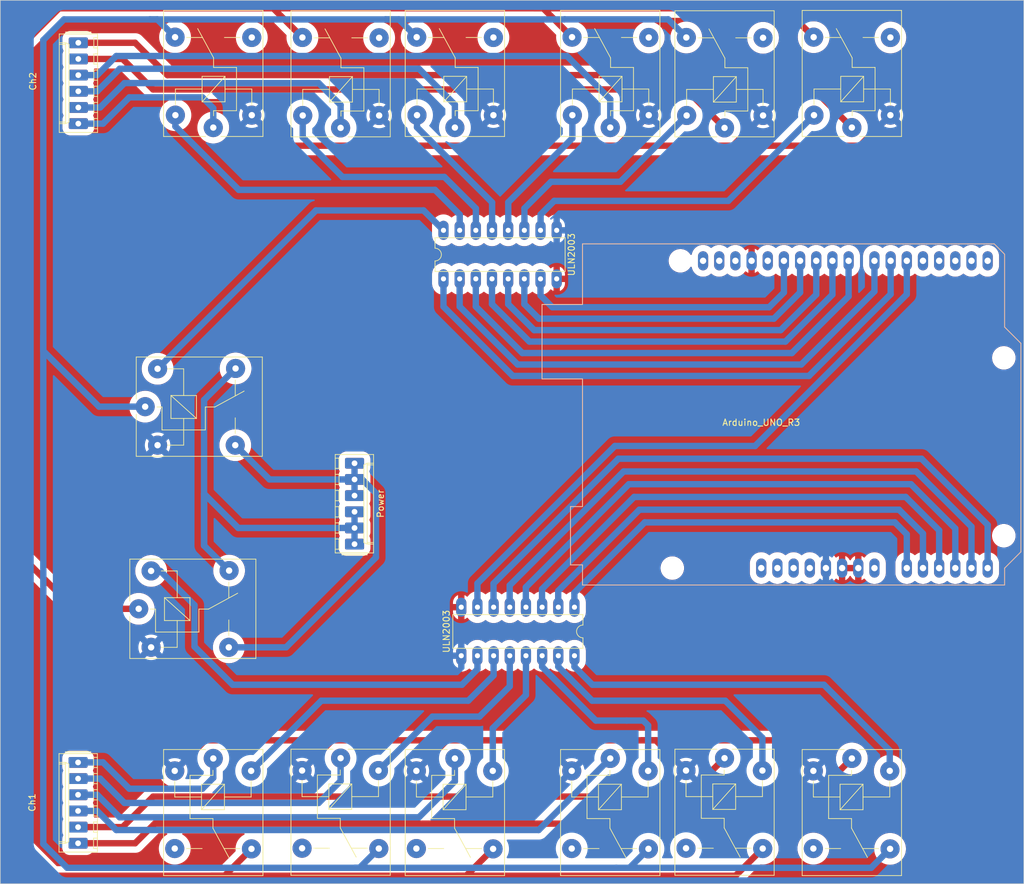
<source format=kicad_pcb>
(kicad_pcb (version 20221018) (generator pcbnew)
  (layers (0 "F.Cu" signal) (31 "B.Cu" signal) (34 "B.Paste" user) (35 "F.Paste" user) (36 "B.SilkS" user "B.Silkscreen") (37 "F.SilkS" user "F.Silkscreen") (38 "B.Mask" user) (39 "F.Mask" user) (44 "Edge.Cuts" user))
  (net 0 "")
  (net 1 "Vcc")
  (net 2 "Rail1")
  (net 3 "Rail2")
  (net 4 "Out2")
  (net 5 "Out1")
  (net 6 "Out3")
  (net 7 "Out4")
  (net 8 "Out5")
  (net 9 "Out6")
  (net 10 "ch26")
  (net 11 "ch25")
  (net 12 "ch24")
  (net 13 "ch23")
  (net 14 "ch22")
  (net 15 "ch21")
  (net 16 "ch11")
  (net 17 "ch12")
  (net 18 "ch13")
  (net 19 "ch14")
  (net 20 "ch15")
  (net 21 "ch16")
  (net 22 "Gnd")
  (net 23 "CtrlRail1")
  (net 24 "CtrlRail2")
  (net 25 "Power")
  (net 26 "Out16")
  (net 27 "Out15")
  (net 28 "Out14")
  (net 29 "Out13")
  (net 30 "Out12")
  (net 31 "Out11")
  (net 32 "PGnd")
  (net 33 "OutRail1")
  (net 34 "P21")
  (net 35 "P22")
  (net 36 "P23")
  (net 37 "P11")
  (net 38 "P12")
  (net 39 "P13")
  (net 40 "P14")
  (net 41 "P15")
  (net 42 "P16")
  (footprint "Cryo:CryoKK 0.1'' Single" (layer "F.Cu") (at 124.634 103.562 90)
    (fp_text reference "J5" hide)
    (fp_text value "Power" (at 0 4.08 90) (layer "F.SilkS"))
    (pad "1" thru_hole roundrect (at -6.35 0 90) (size 1.7 3) (drill 0.9) (layers "*.Cu" "*.Mask") (roundrect_rratio 0.144) (net 32 "PGnd"))
    (pad "2" thru_hole roundrect (at -3.81 0 90) (size 1.7 3) (drill 0.9) (layers "*.Cu" "*.Mask") (roundrect_rratio 0.144) (net 32 "PGnd"))
    (pad "3" thru_hole roundrect (at -1.27 0 90) (size 1.7 3) (drill 0.9) (layers "*.Cu" "*.Mask") (roundrect_rratio 0.144) (net 32 "PGnd"))
    (pad "4" thru_hole roundrect (at 1.27 0 90) (size 1.7 3) (drill 0.9) (layers "*.Cu" "*.Mask") (roundrect_rratio 0.144) (net 25 "Power"))
    (pad "5" thru_hole roundrect (at 3.81 0 90) (size 1.7 3) (drill 0.9) (layers "*.Cu" "*.Mask") (roundrect_rratio 0.144) (net 25 "Power"))
    (pad "6" thru_hole roundrect (at 6.35 0 90) (size 1.7 3) (drill 0.9) (layers "*.Cu" "*.Mask") (roundrect_rratio 0.144) (net 25 "Power"))
  )
  (footprint "Cryo:Rele" (layer "F.Cu") (at 202.747 44.488 90)
    (fp_text reference "REF**" hide)
    (fp_text value "Rele" hide)
    (pad "1" thru_hole circle (at 0 0 180) (size 3 3) (drill 1) (layers "*.Cu" "*.Mask"))
    (pad "2" thru_hole circle (at 1.95 6.05 180) (size 3 3) (drill 1) (layers "*.Cu" "*.Mask") (net 1 "Vcc"))
    (pad "3" thru_hole circle (at 14.15 6.05 180) (size 3 3) (drill 1) (layers "*.Cu" "*.Mask"))
    (pad "4" thru_hole circle (at 14.2 -6 180) (size 3 3) (drill 1) (layers "*.Cu" "*.Mask") (net 2 "Rail1"))
    (pad "5" thru_hole circle (at 1.95 -5.95 180) (size 3 3) (drill 1) (layers "*.Cu" "*.Mask") (net 5 "Out1"))
  )
  (footprint "Cryo:Rele" (layer "F.Cu") (at 102.447 44.488 90)
    (fp_text reference "REF**" hide)
    (fp_text value "Rele" hide)
    (pad "1" thru_hole circle (at 0 0 180) (size 3 3) (drill 1) (layers "*.Cu" "*.Mask") (net 34 "P21"))
    (pad "2" thru_hole circle (at 1.95 6.05 180) (size 3 3) (drill 1) (layers "*.Cu" "*.Mask") (net 1 "Vcc"))
    (pad "3" thru_hole circle (at 14.15 6.05 180) (size 3 3) (drill 1) (layers "*.Cu" "*.Mask"))
    (pad "4" thru_hole circle (at 14.2 -6 180) (size 3 3) (drill 1) (layers "*.Cu" "*.Mask") (net 3 "Rail2"))
    (pad "5" thru_hole circle (at 1.95 -5.95 180) (size 3 3) (drill 1) (layers "*.Cu" "*.Mask") (net 9 "Out6"))
  )
  (footprint "Cryo:Rele" (layer "F.Cu") (at 91.75 88.322)
    (fp_text reference "REF**" hide)
    (fp_text value "Rele" hide)
    (pad "1" thru_hole circle (at 0 0 90) (size 3 3) (drill 1) (layers "*.Cu" "*.Mask") (net 3 "Rail2"))
    (pad "2" thru_hole circle (at 1.95 6.05 90) (size 3 3) (drill 1) (layers "*.Cu" "*.Mask") (net 1 "Vcc"))
    (pad "3" thru_hole circle (at 14.15 6.05 90) (size 3 3) (drill 1) (layers "*.Cu" "*.Mask") (net 25 "Power"))
    (pad "4" thru_hole circle (at 14.2 -6 90) (size 3 3) (drill 1) (layers "*.Cu" "*.Mask") (net 32 "PGnd"))
    (pad "5" thru_hole circle (at 1.95 -5.95 90) (size 3 3) (drill 1) (layers "*.Cu" "*.Mask") (net 33 "OutRail1"))
  )
  (footprint "Cryo:Rele" (layer "F.Cu") (at 122.447 143.526 -90)
    (fp_text reference "REF**" hide)
    (fp_text value "Rele" hide)
    (pad "1" thru_hole circle (at 0 0) (size 3 3) (drill 1) (layers "*.Cu" "*.Mask") (net 38 "P12"))
    (pad "2" thru_hole circle (at 1.95 6.05) (size 3 3) (drill 1) (layers "*.Cu" "*.Mask") (net 1 "Vcc"))
    (pad "3" thru_hole circle (at 14.15 6.05) (size 3 3) (drill 1) (layers "*.Cu" "*.Mask"))
    (pad "4" thru_hole circle (at 14.2 -6) (size 3 3) (drill 1) (layers "*.Cu" "*.Mask") (net 3 "Rail2"))
    (pad "5" thru_hole circle (at 1.95 -5.95) (size 3 3) (drill 1) (layers "*.Cu" "*.Mask") (net 30 "Out12"))
  )
  (footprint "Cryo:Rele" (layer "F.Cu") (at 164.797 143.576 -90)
    (fp_text reference "REF**" hide)
    (fp_text value "Rele" hide)
    (pad "1" thru_hole circle (at 0 0) (size 3 3) (drill 1) (layers "*.Cu" "*.Mask"))
    (pad "2" thru_hole circle (at 1.95 6.05) (size 3 3) (drill 1) (layers "*.Cu" "*.Mask") (net 1 "Vcc"))
    (pad "3" thru_hole circle (at 14.15 6.05) (size 3 3) (drill 1) (layers "*.Cu" "*.Mask"))
    (pad "4" thru_hole circle (at 14.2 -6) (size 3 3) (drill 1) (layers "*.Cu" "*.Mask") (net 3 "Rail2"))
    (pad "5" thru_hole circle (at 1.95 -5.95) (size 3 3) (drill 1) (layers "*.Cu" "*.Mask") (net 28 "Out14"))
  )
  (footprint "Cryo:Rele" (layer "F.Cu") (at 202.747 143.576 -90)
    (fp_text reference "REF**" hide)
    (fp_text value "Rele" hide)
    (pad "1" thru_hole circle (at 0 0) (size 3 3) (drill 1) (layers "*.Cu" "*.Mask") (net 42 "P16"))
    (pad "2" thru_hole circle (at 1.95 6.05) (size 3 3) (drill 1) (layers "*.Cu" "*.Mask") (net 1 "Vcc"))
    (pad "3" thru_hole circle (at 14.15 6.05) (size 3 3) (drill 1) (layers "*.Cu" "*.Mask"))
    (pad "4" thru_hole circle (at 14.2 -6) (size 3 3) (drill 1) (layers "*.Cu" "*.Mask") (net 3 "Rail2"))
    (pad "5" thru_hole circle (at 1.95 -5.95) (size 3 3) (drill 1) (layers "*.Cu" "*.Mask") (net 26 "Out16"))
  )
  (footprint "Cryo:Rele" (layer "F.Cu") (at 122.447 44.538 90)
    (fp_text reference "REF**" hide)
    (fp_text value "Rele" hide)
    (pad "1" thru_hole circle (at 0 0 180) (size 3 3) (drill 1) (layers "*.Cu" "*.Mask") (net 35 "P22"))
    (pad "2" thru_hole circle (at 1.95 6.05 180) (size 3 3) (drill 1) (layers "*.Cu" "*.Mask") (net 1 "Vcc"))
    (pad "3" thru_hole circle (at 14.15 6.05 180) (size 3 3) (drill 1) (layers "*.Cu" "*.Mask"))
    (pad "4" thru_hole circle (at 14.2 -6 180) (size 3 3) (drill 1) (layers "*.Cu" "*.Mask") (net 2 "Rail1"))
    (pad "5" thru_hole circle (at 1.95 -5.95 180) (size 3 3) (drill 1) (layers "*.Cu" "*.Mask") (net 8 "Out5"))
  )
  (footprint "Cryo:Rele" (layer "F.Cu") (at 182.747 143.526 -90)
    (fp_text reference "REF**" hide)
    (fp_text value "Rele" hide)
    (pad "1" thru_hole circle (at 0 0) (size 3 3) (drill 1) (layers "*.Cu" "*.Mask") (net 41 "P15"))
    (pad "2" thru_hole circle (at 1.95 6.05) (size 3 3) (drill 1) (layers "*.Cu" "*.Mask") (net 1 "Vcc"))
    (pad "3" thru_hole circle (at 14.15 6.05) (size 3 3) (drill 1) (layers "*.Cu" "*.Mask"))
    (pad "4" thru_hole circle (at 14.2 -6) (size 3 3) (drill 1) (layers "*.Cu" "*.Mask") (net 2 "Rail1"))
    (pad "5" thru_hole circle (at 1.95 -5.95) (size 3 3) (drill 1) (layers "*.Cu" "*.Mask") (net 27 "Out15"))
  )
  (footprint "Cryo:Rele" (layer "F.Cu") (at 140.397 143.576 -90)
    (fp_text reference "REF**" hide)
    (fp_text value "Rele" hide)
    (pad "1" thru_hole circle (at 0 0) (size 3 3) (drill 1) (layers "*.Cu" "*.Mask"))
    (pad "2" thru_hole circle (at 1.95 6.05) (size 3 3) (drill 1) (layers "*.Cu" "*.Mask") (net 1 "Vcc"))
    (pad "3" thru_hole circle (at 14.15 6.05) (size 3 3) (drill 1) (layers "*.Cu" "*.Mask"))
    (pad "4" thru_hole circle (at 14.2 -6) (size 3 3) (drill 1) (layers "*.Cu" "*.Mask") (net 2 "Rail1"))
    (pad "5" thru_hole circle (at 1.95 -5.95) (size 3 3) (drill 1) (layers "*.Cu" "*.Mask") (net 29 "Out13"))
  )
  (footprint "Cryo:CryoKK 0.1'' Single" (layer "F.Cu") (at 81.25 37.52 -90)
    (fp_text reference "J5" hide)
    (fp_text value "Ch2" (at -0.2946 7.1304 90) (layer "F.SilkS"))
    (pad "1" thru_hole roundrect (at -6.35 0 270) (size 1.7 3) (drill 0.9) (layers "*.Cu" "*.Mask") (roundrect_rratio 0.144))
    (pad "2" thru_hole roundrect (at -3.81 0 270) (size 1.7 3) (drill 0.9) (layers "*.Cu" "*.Mask") (roundrect_rratio 0.144))
    (pad "3" thru_hole roundrect (at -1.27 0 270) (size 1.7 3) (drill 0.9) (layers "*.Cu" "*.Mask") (roundrect_rratio 0.144))
    (pad "4" thru_hole roundrect (at 1.27 0 270) (size 1.7 3) (drill 0.9) (layers "*.Cu" "*.Mask") (roundrect_rratio 0.144) (net 36 "P23"))
    (pad "5" thru_hole roundrect (at 3.81 0 270) (size 1.7 3) (drill 0.9) (layers "*.Cu" "*.Mask") (roundrect_rratio 0.144) (net 35 "P22"))
    (pad "6" thru_hole roundrect (at 6.35 0 270) (size 1.7 3) (drill 0.9) (layers "*.Cu" "*.Mask") (roundrect_rratio 0.144) (net 34 "P21"))
  )
  (footprint "Cryo:Rele" (layer "F.Cu") (at 140.397 44.488 90)
    (fp_text reference "REF**" hide)
    (fp_text value "Rele" hide)
    (pad "1" thru_hole circle (at 0 0 180) (size 3 3) (drill 1) (layers "*.Cu" "*.Mask") (net 36 "P23"))
    (pad "2" thru_hole circle (at 1.95 6.05 180) (size 3 3) (drill 1) (layers "*.Cu" "*.Mask") (net 1 "Vcc"))
    (pad "3" thru_hole circle (at 14.15 6.05 180) (size 3 3) (drill 1) (layers "*.Cu" "*.Mask"))
    (pad "4" thru_hole circle (at 14.2 -6 180) (size 3 3) (drill 1) (layers "*.Cu" "*.Mask") (net 3 "Rail2"))
    (pad "5" thru_hole circle (at 1.95 -5.95 180) (size 3 3) (drill 1) (layers "*.Cu" "*.Mask") (net 7 "Out4"))
  )
  (footprint "Cryo:cryo-Dip16" (layer "F.Cu") (at 138.604 68.246 90)
    (fp_text reference "REF**" hide)
    (fp_text value "ULN2003" (at 3.81 20.11 90) (layer "F.SilkS"))
    (pad "1" thru_hole oval (at 0 0 90) (size 3 1.6) (drill 0.8) (layers "*.Cu" "*.Mask") (net 23 "CtrlRail1"))
    (pad "2" thru_hole oval (at 0 2.54 90) (size 3 1.6) (drill 0.8) (layers "*.Cu" "*.Mask") (net 15 "ch21"))
    (pad "3" thru_hole oval (at 0 5.08 90) (size 3 1.6) (drill 0.8) (layers "*.Cu" "*.Mask") (net 14 "ch22"))
    (pad "4" thru_hole oval (at 0 7.62 90) (size 3 1.6) (drill 0.8) (layers "*.Cu" "*.Mask") (net 13 "ch23"))
    (pad "5" thru_hole oval (at 0 10.16 90) (size 3 1.6) (drill 0.8) (layers "*.Cu" "*.Mask") (net 12 "ch24"))
    (pad "6" thru_hole oval (at 0 12.7 90) (size 3 1.6) (drill 0.8) (layers "*.Cu" "*.Mask") (net 11 "ch25"))
    (pad "7" thru_hole oval (at 0 15.24 90) (size 3 1.6) (drill 0.8) (layers "*.Cu" "*.Mask") (net 10 "ch26"))
    (pad "8" thru_hole oval (at 0 17.78 90) (size 3 1.6) (drill 0.8) (layers "*.Cu" "*.Mask") (net 22 "Gnd"))
    (pad "9" thru_hole oval (at 7.62 17.78 90) (size 3 1.6) (drill 0.8) (layers "*.Cu" "*.Mask") (net 1 "Vcc"))
    (pad "10" thru_hole oval (at 7.62 15.24 90) (size 3 1.6) (drill 0.8) (layers "*.Cu" "*.Mask") (net 5 "Out1"))
    (pad "11" thru_hole oval (at 7.62 12.7 90) (size 3 1.6) (drill 0.8) (layers "*.Cu" "*.Mask") (net 4 "Out2"))
    (pad "12" thru_hole oval (at 7.62 10.16 90) (size 3 1.6) (drill 0.8) (layers "*.Cu" "*.Mask") (net 6 "Out3"))
    (pad "13" thru_hole oval (at 7.62 7.62 90) (size 3 1.6) (drill 0.8) (layers "*.Cu" "*.Mask") (net 7 "Out4"))
    (pad "14" thru_hole oval (at 7.62 5.08 90) (size 3 1.6) (drill 0.8) (layers "*.Cu" "*.Mask") (net 8 "Out5"))
    (pad "15" thru_hole oval (at 7.62 2.54 90) (size 3 1.6) (drill 0.8) (layers "*.Cu" "*.Mask") (net 9 "Out6"))
    (pad "16" thru_hole oval (at 7.62 0 90) (size 3 1.6) (drill 0.8) (layers "*.Cu" "*.Mask") (net 33 "OutRail1"))
  )
  (footprint "Cryo:Rele" (layer "F.Cu") (at 164.797 44.488 90)
    (fp_text reference "REF**" hide)
    (fp_text value "Rele" hide)
    (pad "1" thru_hole circle (at 0 0 180) (size 3 3) (drill 1) (layers "*.Cu" "*.Mask"))
    (pad "2" thru_hole circle (at 1.95 6.05 180) (size 3 3) (drill 1) (layers "*.Cu" "*.Mask") (net 1 "Vcc"))
    (pad "3" thru_hole circle (at 14.15 6.05 180) (size 3 3) (drill 1) (layers "*.Cu" "*.Mask"))
    (pad "4" thru_hole circle (at 14.2 -6 180) (size 3 3) (drill 1) (layers "*.Cu" "*.Mask") (net 2 "Rail1"))
    (pad "5" thru_hole circle (at 1.95 -5.95 180) (size 3 3) (drill 1) (layers "*.Cu" "*.Mask") (net 6 "Out3"))
  )
  (footprint "Cryo:Rele" (layer "F.Cu") (at 102.447 143.576 -90)
    (fp_text reference "REF**" hide)
    (fp_text value "Rele" hide)
    (pad "1" thru_hole circle (at 0 0) (size 3 3) (drill 1) (layers "*.Cu" "*.Mask"))
    (pad "2" thru_hole circle (at 1.95 6.05) (size 3 3) (drill 1) (layers "*.Cu" "*.Mask") (net 1 "Vcc"))
    (pad "3" thru_hole circle (at 14.15 6.05) (size 3 3) (drill 1) (layers "*.Cu" "*.Mask"))
    (pad "4" thru_hole circle (at 14.2 -6) (size 3 3) (drill 1) (layers "*.Cu" "*.Mask") (net 2 "Rail1"))
    (pad "5" thru_hole circle (at 1.95 -5.95) (size 3 3) (drill 1) (layers "*.Cu" "*.Mask") (net 31 "Out11"))
  )
  (footprint "Cryo:Rele" (layer "F.Cu") (at 90.734 120.072)
    (fp_text reference "REF**" hide)
    (fp_text value "Rele" hide)
    (pad "1" thru_hole circle (at 0 0 90) (size 3 3) (drill 1) (layers "*.Cu" "*.Mask") (net 2 "Rail1"))
    (pad "2" thru_hole circle (at 1.95 6.05 90) (size 3 3) (drill 1) (layers "*.Cu" "*.Mask") (net 1 "Vcc"))
    (pad "3" thru_hole circle (at 14.15 6.05 90) (size 3 3) (drill 1) (layers "*.Cu" "*.Mask") (net 25 "Power"))
    (pad "4" thru_hole circle (at 14.2 -6 90) (size 3 3) (drill 1) (layers "*.Cu" "*.Mask") (net 32 "PGnd"))
    (pad "5" thru_hole circle (at 1.95 -5.95 90) (size 3 3) (drill 1) (layers "*.Cu" "*.Mask"))
  )
  (footprint "Cryo:Rele" (layer "F.Cu") (at 182.747 44.538 90)
    (fp_text reference "REF**" hide)
    (fp_text value "Rele" hide)
    (pad "1" thru_hole circle (at 0 0 180) (size 3 3) (drill 1) (layers "*.Cu" "*.Mask"))
    (pad "2" thru_hole circle (at 1.95 6.05 180) (size 3 3) (drill 1) (layers "*.Cu" "*.Mask") (net 1 "Vcc"))
    (pad "3" thru_hole circle (at 14.15 6.05 180) (size 3 3) (drill 1) (layers "*.Cu" "*.Mask"))
    (pad "4" thru_hole circle (at 14.2 -6 180) (size 3 3) (drill 1) (layers "*.Cu" "*.Mask") (net 3 "Rail2"))
    (pad "5" thru_hole circle (at 1.95 -5.95 180) (size 3 3) (drill 1) (layers "*.Cu" "*.Mask") (net 4 "Out2"))
  )
  (footprint "Cryo:cryo-Dip16" (layer "F.Cu") (at 159.178 119.818 -90)
    (fp_text reference "REF**" hide)
    (fp_text value "ULN2003" (at 3.81 20.11 90) (layer "F.SilkS"))
    (pad "1" thru_hole oval (at 0 0 270) (size 3 1.6) (drill 0.8) (layers "*.Cu" "*.Mask") (net 16 "ch11"))
    (pad "2" thru_hole oval (at 0 2.54 270) (size 3 1.6) (drill 0.8) (layers "*.Cu" "*.Mask") (net 17 "ch12"))
    (pad "3" thru_hole oval (at 0 5.08 270) (size 3 1.6) (drill 0.8) (layers "*.Cu" "*.Mask") (net 18 "ch13"))
    (pad "4" thru_hole oval (at 0 7.62 270) (size 3 1.6) (drill 0.8) (layers "*.Cu" "*.Mask") (net 19 "ch14"))
    (pad "5" thru_hole oval (at 0 10.16 270) (size 3 1.6) (drill 0.8) (layers "*.Cu" "*.Mask") (net 20 "ch15"))
    (pad "6" thru_hole oval (at 0 12.7 270) (size 3 1.6) (drill 0.8) (layers "*.Cu" "*.Mask") (net 21 "ch16"))
    (pad "7" thru_hole oval (at 0 15.24 270) (size 3 1.6) (drill 0.8) (layers "*.Cu" "*.Mask") (net 24 "CtrlRail2"))
    (pad "8" thru_hole oval (at 0 17.78 270) (size 3 1.6) (drill 0.8) (layers "*.Cu" "*.Mask") (net 22 "Gnd"))
    (pad "9" thru_hole oval (at 7.62 17.78 270) (size 3 1.6) (drill 0.8) (layers "*.Cu" "*.Mask") (net 1 "Vcc"))
    (pad "10" thru_hole oval (at 7.62 15.24 270) (size 3 1.6) (drill 0.8) (layers "*.Cu" "*.Mask"))
    (pad "11" thru_hole oval (at 7.62 12.7 270) (size 3 1.6) (drill 0.8) (layers "*.Cu" "*.Mask") (net 31 "Out11"))
    (pad "12" thru_hole oval (at 7.62 10.16 270) (size 3 1.6) (drill 0.8) (layers "*.Cu" "*.Mask") (net 30 "Out12"))
    (pad "13" thru_hole oval (at 7.62 7.62 270) (size 3 1.6) (drill 0.8) (layers "*.Cu" "*.Mask") (net 29 "Out13"))
    (pad "14" thru_hole oval (at 7.62 5.08 270) (size 3 1.6) (drill 0.8) (layers "*.Cu" "*.Mask") (net 28 "Out14"))
    (pad "15" thru_hole oval (at 7.62 2.54 270) (size 3 1.6) (drill 0.8) (layers "*.Cu" "*.Mask") (net 27 "Out15"))
    (pad "16" thru_hole oval (at 7.62 0 270) (size 3 1.6) (drill 0.8) (layers "*.Cu" "*.Mask") (net 26 "Out16"))
  )
  (footprint "Cryo:CryoKK 0.1'' Single" (layer "F.Cu") (at 81.2118 150.55 -90)
    (fp_text reference "J5" hide)
    (fp_text value "Ch1" (at -0.05 7.2118 90) (layer "F.SilkS"))
    (pad "1" thru_hole roundrect (at -6.35 0 270) (size 1.7 3) (drill 0.9) (layers "*.Cu" "*.Mask") (roundrect_rratio 0.144) (net 37 "P11"))
    (pad "2" thru_hole roundrect (at -3.81 0 270) (size 1.7 3) (drill 0.9) (layers "*.Cu" "*.Mask") (roundrect_rratio 0.144) (net 38 "P12"))
    (pad "3" thru_hole roundrect (at -1.27 0 270) (size 1.7 3) (drill 0.9) (layers "*.Cu" "*.Mask") (roundrect_rratio 0.144) (net 39 "P13"))
    (pad "4" thru_hole roundrect (at 1.27 0 270) (size 1.7 3) (drill 0.9) (layers "*.Cu" "*.Mask") (roundrect_rratio 0.144) (net 40 "P14"))
    (pad "5" thru_hole roundrect (at 3.81 0 270) (size 1.7 3) (drill 0.9) (layers "*.Cu" "*.Mask") (roundrect_rratio 0.144) (net 41 "P15"))
    (pad "6" thru_hole roundrect (at 6.35 0 270) (size 1.7 3) (drill 0.9) (layers "*.Cu" "*.Mask") (roundrect_rratio 0.144) (net 42 "P16"))
  )
  (footprint "Module:Arduino_UNO_R3_WithMountingHoles" (layer "B.Cu") (at 188.515 113.674)
    (fp_text reference "REF**" hide)
    (fp_text value "Arduino_UNO_R3" (at 0 -22.86 180) (layer "F.SilkS"))
    (pad "" np_thru_hole circle (at -13.97 0 270) (size 3.2 3.2) (drill 3.2) (layers "*.Cu" "*.Mask"))
    (pad "" np_thru_hole circle (at -12.7 -48.26 270) (size 3.2 3.2) (drill 3.2) (layers "*.Cu" "*.Mask"))
    (pad "" np_thru_hole circle (at 38.1 -33.02 270) (size 3.2 3.2) (drill 3.2) (layers "*.Cu" "*.Mask"))
    (pad "" np_thru_hole circle (at 38.1 -5.08 270) (size 3.2 3.2) (drill 3.2) (layers "*.Cu" "*.Mask"))
    (pad "1" thru_hole oval (at 0 0 270) (size 3 1.6) (drill 1) (layers "*.Cu" "*.Mask"))
    (pad "2" thru_hole oval (at 2.54 0 270) (size 3 1.6) (drill 1) (layers "*.Cu" "*.Mask"))
    (pad "3" thru_hole oval (at 5.08 0 270) (size 3 1.6) (drill 1) (layers "*.Cu" "*.Mask"))
    (pad "4" thru_hole oval (at 7.62 0 270) (size 3 1.6) (drill 1) (layers "*.Cu" "*.Mask"))
    (pad "5" thru_hole oval (at 10.16 0 270) (size 3 1.6) (drill 1) (layers "*.Cu" "*.Mask") (net 1 "Vcc"))
    (pad "6" thru_hole oval (at 12.7 0 270) (size 3 1.6) (drill 1) (layers "*.Cu" "*.Mask") (net 22 "Gnd"))
    (pad "7" thru_hole oval (at 15.24 0 270) (size 3 1.6) (drill 1) (layers "*.Cu" "*.Mask") (net 22 "Gnd"))
    (pad "8" thru_hole oval (at 17.78 0 270) (size 3 1.6) (drill 1) (layers "*.Cu" "*.Mask"))
    (pad "9" thru_hole oval (at 22.86 0 270) (size 3 1.6) (drill 1) (layers "*.Cu" "*.Mask") (net 16 "ch11"))
    (pad "10" thru_hole oval (at 25.4 0 270) (size 3 1.6) (drill 1) (layers "*.Cu" "*.Mask") (net 17 "ch12"))
    (pad "11" thru_hole oval (at 27.94 0 270) (size 3 1.6) (drill 1) (layers "*.Cu" "*.Mask") (net 18 "ch13"))
    (pad "12" thru_hole oval (at 30.48 0 270) (size 3 1.6) (drill 1) (layers "*.Cu" "*.Mask") (net 19 "ch14"))
    (pad "13" thru_hole oval (at 33.02 0 270) (size 3 1.6) (drill 1) (layers "*.Cu" "*.Mask") (net 20 "ch15"))
    (pad "14" thru_hole oval (at 35.56 0 270) (size 3 1.6) (drill 1) (layers "*.Cu" "*.Mask") (net 21 "ch16"))
    (pad "15" thru_hole oval (at 35.56 -48.26 270) (size 3 1.6) (drill 1) (layers "*.Cu" "*.Mask"))
    (pad "16" thru_hole oval (at 33.02 -48.26 270) (size 3 1.6) (drill 1) (layers "*.Cu" "*.Mask"))
    (pad "17" thru_hole oval (at 30.48 -48.26 270) (size 3 1.6) (drill 1) (layers "*.Cu" "*.Mask"))
    (pad "18" thru_hole oval (at 27.94 -48.26 270) (size 3 1.6) (drill 1) (layers "*.Cu" "*.Mask"))
    (pad "19" thru_hole oval (at 25.4 -48.26 270) (size 3 1.6) (drill 1) (layers "*.Cu" "*.Mask"))
    (pad "20" thru_hole oval (at 22.86 -48.26 270) (size 3 1.6) (drill 1) (layers "*.Cu" "*.Mask") (net 24 "CtrlRail2"))
    (pad "21" thru_hole oval (at 20.32 -48.26 270) (size 3 1.6) (drill 1) (layers "*.Cu" "*.Mask") (net 23 "CtrlRail1"))
    (pad "22" thru_hole oval (at 17.78 -48.26 270) (size 3 1.6) (drill 1) (layers "*.Cu" "*.Mask") (net 15 "ch21"))
    (pad "23" thru_hole oval (at 13.72 -48.26 270) (size 3 1.6) (drill 1) (layers "*.Cu" "*.Mask") (net 14 "ch22"))
    (pad "24" thru_hole oval (at 11.18 -48.26 270) (size 3 1.6) (drill 1) (layers "*.Cu" "*.Mask") (net 13 "ch23"))
    (pad "25" thru_hole oval (at 8.64 -48.26 270) (size 3 1.6) (drill 1) (layers "*.Cu" "*.Mask") (net 12 "ch24"))
    (pad "26" thru_hole oval (at 6.1 -48.26 270) (size 3 1.6) (drill 1) (layers "*.Cu" "*.Mask") (net 11 "ch25"))
    (pad "27" thru_hole oval (at 3.56 -48.26 270) (size 3 1.6) (drill 1) (layers "*.Cu" "*.Mask") (net 10 "ch26"))
    (pad "28" thru_hole oval (at 1.02 -48.26 270) (size 3 1.6) (drill 1) (layers "*.Cu" "*.Mask"))
    (pad "29" thru_hole oval (at -1.52 -48.26 270) (size 3 1.6) (drill 1) (layers "*.Cu" "*.Mask") (net 22 "Gnd"))
    (pad "30" thru_hole oval (at -4.06 -48.26 270) (size 3 1.6) (drill 1) (layers "*.Cu" "*.Mask"))
    (pad "31" thru_hole oval (at -6.6 -48.26 270) (size 3 1.6) (drill 1) (layers "*.Cu" "*.Mask"))
    (pad "32" thru_hole oval (at -9.14 -48.26 270) (size 3 1.6) (drill 1) (layers "*.Cu" "*.Mask"))
  )
  (gr_rect (start 69 24.5) (end 229.75 163.25) (stroke (width 0.1)) (fill none) (layer "Edge.Cuts"))
  (segment (start 90.17 31.17) (end 81.25 31.17) (width 1) (layer "F.Cu") (net 0))
  (segment (start 176.709 38.5) (end 93 38.5) (width 1) (layer "F.Cu") (net 0))
  (segment (start 194.509 36.25) (end 95.25 36.25) (width 1) (layer "F.Cu") (net 0))
  (segment (start 88.21 33.71) (end 81.25 33.71) (width 1) (layer "F.Cu") (net 0))
  (segment (start 202.747 44.488) (end 194.509 36.25) (width 1) (layer "F.Cu") (net 0))
  (segment (start 95.25 36.25) (end 90.17 31.17) (width 1) (layer "F.Cu") (net 0))
  (segment (start 182.747 44.538) (end 176.709 38.5) (width 1) (layer "F.Cu") (net 0))
  (segment (start 93 38.5) (end 88.21 33.71) (width 1) (layer "F.Cu") (net 0))
  (segment (start 84.204416 36.25) (end 81.25 36.25) (width 1) (layer "B.Cu") (net 0))
  (segment (start 94.122 114.122) (end 92.684 114.122) (width 1) (layer "B.Cu") (net 0))
  (segment (start 164.797 44.488) (end 165.347 45.038) (width 1) (layer "B.Cu") (net 0))
  (segment (start 105.5 132) (end 99.5 126) (width 1) (layer "B.Cu") (net 0))
  (segment (start 143.938 127.438) (end 143.938 129.562) (width 1) (layer "B.Cu") (net 0))
  (segment (start 141.5 132) (end 105.5 132) (width 1) (layer "B.Cu") (net 0))
  (segment (start 164.797 44.488) (end 164.797 40.047) (width 1) (layer "B.Cu") (net 0))
  (segment (start 164.797 40.047) (end 158 33.25) (width 1) (layer "B.Cu") (net 0))
  (segment (start 158 33.25) (end 87.204416 33.25) (width 1) (layer "B.Cu") (net 0))
  (segment (start 143.938 129.562) (end 141.5 132) (width 1) (layer "B.Cu") (net 0))
  (segment (start 87.204416 33.25) (end 84.204416 36.25) (width 1) (layer "B.Cu") (net 0))
  (segment (start 99.5 119.5) (end 94.122 114.122) (width 1) (layer "B.Cu") (net 0))
  (segment (start 99.5 126) (end 99.5 119.5) (width 1) (layer "B.Cu") (net 0))
  (segment (start 158.747 145.526) (end 153.947 140.726) (width 1) (layer "F.Cu") (net 1))
  (segment (start 139 47.338) (end 135 47.338) (width 1) (layer "F.Cu") (net 1))
  (segment (start 182.5 47.338) (end 162.5 47.338) (width 1) (layer "F.Cu") (net 1))
  (segment (start 141.647 47.338) (end 139 47.338) (width 1) (layer "F.Cu") (net 1))
  (segment (start 203.997 47.338) (end 182.5 47.338) (width 1) (layer "F.Cu") (net 1))
  (segment (start 176.697 145.476) (end 171.947 140.726) (width 1) (layer "F.Cu") (net 1))
  (segment (start 153 47.338) (end 139 47.338) (width 1) (layer "F.Cu") (net 1))
  (segment (start 169.75 140.726) (end 152.5 140.726) (width 1) (layer "F.Cu") (net 1))
  (segment (start 121 140.726) (end 101.197 140.726) (width 1) (layer "F.Cu") (net 1))
  (segment (start 123.747 47.338) (end 122.25 47.338) (width 1) (layer "F.Cu") (net 1))
  (segment (start 113.297 47.338) (end 108.497 42.538) (width 1) (layer "F.Cu") (net 1))
  (segment (start 141.25 140.726) (end 121 140.726) (width 1) (layer "F.Cu") (net 1))
  (segment (start 171.947 140.726) (end 169.75 140.726) (width 1) (layer "F.Cu") (net 1))
  (segment (start 151.247 47.338) (end 153 47.338) (width 1) (layer "F.Cu") (net 1))
  (segment (start 134.347 145.526) (end 139.147 140.726) (width 1) (layer "F.Cu") (net 1))
  (segment (start 121 140.873) (end 121 140.726) (width 1) (layer "F.Cu") (net 1))
  (segment (start 170.847 42.538) (end 166.047 47.338) (width 1) (layer "F.Cu") (net 1))
  (segment (start 139.147 140.726) (end 141.25 140.726) (width 1) (layer "F.Cu") (net 1))
  (segment (start 153.947 140.726) (end 152.5 140.726) (width 1) (layer "F.Cu") (net 1))
  (segment (start 184.047 47.338) (end 182.5 47.338) (width 1) (layer "F.Cu") (net 1))
  (segment (start 152.5 140.726) (end 141.25 140.726) (width 1) (layer "F.Cu") (net 1))
  (segment (start 135 47.338) (end 122.25 47.338) (width 1) (layer "F.Cu") (net 1))
  (segment (start 191.897 140.726) (end 169.75 140.726) (width 1) (layer "F.Cu") (net 1))
  (segment (start 162.5 47.338) (end 153 47.338) (width 1) (layer "F.Cu") (net 1))
  (segment (start 146.447 42.538) (end 151.247 47.338) (width 1) (layer "F.Cu") (net 1))
  (segment (start 116.397 145.476) (end 121 140.873) (width 1) (layer "F.Cu") (net 1))
  (segment (start 188.797 42.588) (end 184.047 47.338) (width 1) (layer "F.Cu") (net 1))
  (segment (start 101.197 140.726) (end 96.397 145.526) (width 1) (layer "F.Cu") (net 1))
  (segment (start 196.697 145.526) (end 191.897 140.726) (width 1) (layer "F.Cu") (net 1))
  (segment (start 166.047 47.338) (end 162.5 47.338) (width 1) (layer "F.Cu") (net 1))
  (segment (start 208.797 42.538) (end 203.997 47.338) (width 1) (layer "F.Cu") (net 1))
  (segment (start 122.25 47.338) (end 113.297 47.338) (width 1) (layer "F.Cu") (net 1))
  (segment (start 128.497 42.588) (end 133.247 47.338) (width 1) (layer "F.Cu") (net 1))
  (segment (start 133.247 47.338) (end 135 47.338) (width 1) (layer "F.Cu") (net 1))
  (segment (start 108.447 157.776) (end 104.223 162) (width 1) (layer "F.Cu") (net 2))
  (segment (start 188.747 157.726) (end 184.473 162) (width 1) (layer "F.Cu") (net 2))
  (segment (start 140.75 162) (end 102.25 162) (width 1) (layer "F.Cu") (net 2))
  (segment (start 110.75 25.75) (end 78.2354 25.75) (width 1) (layer "F.Cu") (net 2))
  (segment (start 153 25.75) (end 110.75 25.75) (width 1) (layer "F.Cu") (net 2))
  (segment (start 78.2354 25.75) (end 71.2748 32.7106) (width 1) (layer "F.Cu") (net 2))
  (segment (start 71.2748 156.0248) (end 77.25 162) (width 1) (layer "F.Cu") (net 2))
  (segment (start 111.859 25.75) (end 110.75 25.75) (width 1) (layer "F.Cu") (net 2))
  (segment (start 80.5934 120.072) (end 90.734 120.072) (width 1) (layer "F.Cu") (net 2))
  (segment (start 71.2748 110.7534) (end 80.5934 120.072) (width 1) (layer "F.Cu") (net 2))
  (segment (start 104.223 162) (end 102.25 162) (width 1) (layer "F.Cu") (net 2))
  (segment (start 142.173 162) (end 140.75 162) (width 1) (layer "F.Cu") (net 2))
  (segment (start 154.259 25.75) (end 153 25.75) (width 1) (layer "F.Cu") (net 2))
  (segment (start 116.447 30.338) (end 111.859 25.75) (width 1) (layer "F.Cu") (net 2))
  (segment (start 71.2748 32.7106) (end 71.2748 156.0248) (width 1) (layer "F.Cu") (net 2))
  (segment (start 184.473 162) (end 140.75 162) (width 1) (layer "F.Cu") (net 2))
  (segment (start 77.25 162) (end 102.25 162) (width 1) (layer "F.Cu") (net 2))
  (segment (start 192.209 25.75) (end 153 25.75) (width 1) (layer "F.Cu") (net 2))
  (segment (start 146.397 157.776) (end 142.173 162) (width 1) (layer "F.Cu") (net 2))
  (segment (start 158.797 30.288) (end 154.259 25.75) (width 1) (layer "F.Cu") (net 2))
  (segment (start 196.747 30.288) (end 192.209 25.75) (width 1) (layer "F.Cu") (net 2))
  (segment (start 129.5 27.5) (end 92.5 27.5) (width 1) (layer "B.Cu") (net 3))
  (segment (start 75.75 30.75) (end 75.75 77.25) (width 1) (layer "B.Cu") (net 3))
  (segment (start 157.625202 27.5) (end 129.5 27.5) (width 1) (layer "B.Cu") (net 3))
  (segment (start 131.609 27.5) (end 129.5 27.5) (width 1) (layer "B.Cu") (net 3))
  (segment (start 124.75 160.75) (end 79.5 160.75) (width 1) (layer "B.Cu") (net 3))
  (segment (start 205.773 160.75) (end 165.75 160.75) (width 1) (layer "B.Cu") (net 3))
  (segment (start 96.447 30.288) (end 93.659 27.5) (width 1) (layer "B.Cu") (net 3))
  (segment (start 79.5 160.75) (end 75.75 157) (width 1) (layer "B.Cu") (net 3))
  (segment (start 79 27.5) (end 75.75 30.75) (width 1) (layer "B.Cu") (net 3))
  (segment (start 173.897 27.488) (end 157.637202 27.488) (width 1) (layer "B.Cu") (net 3))
  (segment (start 92.5 27.5) (end 79 27.5) (width 1) (layer "B.Cu") (net 3))
  (segment (start 125.423 160.75) (end 124.75 160.75) (width 1) (layer "B.Cu") (net 3))
  (segment (start 128.447 157.726) (end 125.423 160.75) (width 1) (layer "B.Cu") (net 3))
  (segment (start 75.75 77.25) (end 75.75 79.57) (width 1) (layer "B.Cu") (net 3))
  (segment (start 75.75 157) (end 75.75 77.25) (width 1) (layer "B.Cu") (net 3))
  (segment (start 93.659 27.5) (end 92.5 27.5) (width 1) (layer "B.Cu") (net 3))
  (segment (start 165.75 160.75) (end 124.75 160.75) (width 1) (layer "B.Cu") (net 3))
  (segment (start 208.747 157.776) (end 205.773 160.75) (width 1) (layer "B.Cu") (net 3))
  (segment (start 170.797 157.776) (end 167.823 160.75) (width 1) (layer "B.Cu") (net 3))
  (segment (start 75.75 79.57) (end 84.502 88.322) (width 1) (layer "B.Cu") (net 3))
  (segment (start 91.75 88.322) (end 84.502 88.322) (width 1) (layer "B.Cu") (net 3))
  (segment (start 157.637202 27.488) (end 157.625202 27.5) (width 1) (layer "B.Cu") (net 3))
  (segment (start 176.747 30.338) (end 173.897 27.488) (width 1) (layer "B.Cu") (net 3))
  (segment (start 134.397 30.288) (end 131.609 27.5) (width 1) (layer "B.Cu") (net 3))
  (segment (start 155.5 53) (end 151.319 57.181) (width 1) (layer "B.Cu") (net 4))
  (segment (start 166.385 53) (end 155.5 53) (width 1) (layer "B.Cu") (net 4))
  (segment (start 151.319 57.181) (end 151.319 60.626) (width 1) (layer "B.Cu") (net 4))
  (segment (start 176.797 42.588) (end 166.385 53) (width 1) (layer "B.Cu") (net 4))
  (segment (start 183.335 56) (end 156 56) (width 1) (layer "B.Cu") (net 5))
  (segment (start 153.859 58.141) (end 153.859 60.626) (width 1) (layer "B.Cu") (net 5))
  (segment (start 156 56) (end 153.859 58.141) (width 1) (layer "B.Cu") (net 5))
  (segment (start 196.797 42.538) (end 183.335 56) (width 1) (layer "B.Cu") (net 5))
  (segment (start 148.779 56.221) (end 148.779 60.626) (width 1) (layer "B.Cu") (net 6))
  (segment (start 158.847 42.538) (end 158.847 46.153) (width 1) (layer "B.Cu") (net 6))
  (segment (start 158.847 46.153) (end 148.779 56.221) (width 1) (layer "B.Cu") (net 6))
  (segment (start 134.447 42.538) (end 134.447 44.447) (width 1) (layer "B.Cu") (net 7))
  (segment (start 134.447 44.447) (end 146.239 56.239) (width 1) (layer "B.Cu") (net 7))
  (segment (start 146.239 56.239) (end 146.239 60.626) (width 1) (layer "B.Cu") (net 7))
  (segment (start 116.497 42.588) (end 116.497 45.997) (width 1) (layer "B.Cu") (net 8))
  (segment (start 138.744 52.244) (end 143.699 57.199) (width 1) (layer "B.Cu") (net 8))
  (segment (start 143.699 57.199) (end 143.699 60.626) (width 1) (layer "B.Cu") (net 8))
  (segment (start 122.744 52.244) (end 138.744 52.244) (width 1) (layer "B.Cu") (net 8))
  (segment (start 116.497 45.997) (end 122.744 52.244) (width 1) (layer "B.Cu") (net 8))
  (segment (start 106.467234 54.276) (end 137.276 54.276) (width 1) (layer "B.Cu") (net 9))
  (segment (start 96.497 44.305766) (end 106.467234 54.276) (width 1) (layer "B.Cu") (net 9))
  (segment (start 137.276 54.276) (end 141.159 58.159) (width 1) (layer "B.Cu") (net 9))
  (segment (start 141.159 58.159) (end 141.159 60.626) (width 1) (layer "B.Cu") (net 9))
  (segment (start 96.497 42.538) (end 96.497 44.305766) (width 1) (layer "B.Cu") (net 9))
  (segment (start 189.754416 72.7) (end 192.075 70.379416) (width 1) (layer "B.Cu") (net 10))
  (segment (start 153.844 70.844) (end 155.7 72.7) (width 1) (layer "B.Cu") (net 10))
  (segment (start 153.844 68.246) (end 153.844 70.844) (width 1) (layer "B.Cu") (net 10))
  (segment (start 155.7 72.7) (end 189.754416 72.7) (width 1) (layer "B.Cu") (net 10))
  (segment (start 192.075 70.379416) (end 192.075 65.414) (width 1) (layer "B.Cu") (net 10))
  (segment (start 151.304 72.212832) (end 153.591168 74.5) (width 1) (layer "B.Cu") (net 11))
  (segment (start 153.591168 74.5) (end 190.5 74.5) (width 1) (layer "B.Cu") (net 11))
  (segment (start 194.615 70.385) (end 194.615 65.414) (width 1) (layer "B.Cu") (net 11))
  (segment (start 190.5 74.5) (end 194.615 70.385) (width 1) (layer "B.Cu") (net 11))
  (segment (start 151.304 68.246) (end 151.304 72.212832) (width 1) (layer "B.Cu") (net 11))
  (segment (start 148.764 72.218416) (end 152.845584 76.3) (width 1) (layer "B.Cu") (net 12))
  (segment (start 191.563248 76.3) (end 197.155 70.708248) (width 1) (layer "B.Cu") (net 12))
  (segment (start 197.155 70.708248) (end 197.155 65.414) (width 1) (layer "B.Cu") (net 12))
  (segment (start 148.764 68.246) (end 148.764 72.218416) (width 1) (layer "B.Cu") (net 12))
  (segment (start 152.845584 76.3) (end 191.563248 76.3) (width 1) (layer "B.Cu") (net 12))
  (segment (start 192.308832 78.1) (end 199.695 70.713832) (width 1) (layer "B.Cu") (net 13))
  (segment (start 146.224 68.246) (end 146.224 72.224) (width 1) (layer "B.Cu") (net 13))
  (segment (start 199.695 70.713832) (end 199.695 65.414) (width 1) (layer "B.Cu") (net 13))
  (segment (start 152.1 78.1) (end 192.308832 78.1) (width 1) (layer "B.Cu") (net 13))
  (segment (start 146.224 72.224) (end 152.1 78.1) (width 1) (layer "B.Cu") (net 13))
  (segment (start 202.235 70.992208) (end 202.235 65.414) (width 1) (layer "B.Cu") (net 14))
  (segment (start 143.684 68.246) (end 143.684 72.592832) (width 1) (layer "B.Cu") (net 14))
  (segment (start 143.684 72.592832) (end 150.991168 79.9) (width 1) (layer "B.Cu") (net 14))
  (segment (start 150.991168 79.9) (end 193.327208 79.9) (width 1) (layer "B.Cu") (net 14))
  (segment (start 193.327208 79.9) (end 202.235 70.992208) (width 1) (layer "B.Cu") (net 14))
  (segment (start 206.295 70.205) (end 206.295 65.414) (width 1) (layer "B.Cu") (net 15))
  (segment (start 141.144 68.246) (end 141.144 72.598416) (width 1) (layer "B.Cu") (net 15))
  (segment (start 194.8 81.7) (end 206.295 70.205) (width 1) (layer "B.Cu") (net 15))
  (segment (start 141.144 72.598416) (end 150.245584 81.7) (width 1) (layer "B.Cu") (net 15))
  (segment (start 150.245584 81.7) (end 194.8 81.7) (width 1) (layer "B.Cu") (net 15))
  (segment (start 211.375 108.375) (end 211.375 113.674) (width 1) (layer "B.Cu") (net 16))
  (segment (start 159.163 119.828) (end 159.163 117.547) (width 1) (layer "B.Cu") (net 16))
  (segment (start 170.21 106.5) (end 209.5 106.5) (width 1) (layer "B.Cu") (net 16))
  (segment (start 159.163 117.547) (end 170.21 106.5) (width 1) (layer "B.Cu") (net 16))
  (segment (start 209.5 106.5) (end 211.375 108.375) (width 1) (layer "B.Cu") (net 16))
  (segment (start 156.623 119.828) (end 156.623 117.258572) (width 1) (layer "B.Cu") (net 17))
  (segment (start 169.381572 104.5) (end 210.154 104.5) (width 1) (layer "B.Cu") (net 17))
  (segment (start 156.623 117.258572) (end 169.381572 104.5) (width 1) (layer "B.Cu") (net 17))
  (segment (start 210.154 104.5) (end 213.915 108.261) (width 1) (layer "B.Cu") (net 17))
  (segment (start 213.915 108.261) (end 213.915 113.674) (width 1) (layer "B.Cu") (net 17))
  (segment (start 211.202 102.5) (end 216.455 107.753) (width 1) (layer "B.Cu") (net 18))
  (segment (start 154.083 116.970145) (end 168.553145 102.5) (width 1) (layer "B.Cu") (net 18))
  (segment (start 216.455 107.753) (end 216.455 113.674) (width 1) (layer "B.Cu") (net 18))
  (segment (start 168.553145 102.5) (end 211.202 102.5) (width 1) (layer "B.Cu") (net 18))
  (segment (start 154.083 119.828) (end 154.083 116.970145) (width 1) (layer "B.Cu") (net 18))
  (segment (start 151.543 116.681718) (end 167.724718 100.5) (width 1) (layer "B.Cu") (net 19))
  (segment (start 167.724718 100.5) (end 212.030428 100.5) (width 1) (layer "B.Cu") (net 19))
  (segment (start 218.995 107.464572) (end 218.995 113.674) (width 1) (layer "B.Cu") (net 19))
  (segment (start 212.030428 100.5) (end 218.995 107.464572) (width 1) (layer "B.Cu") (net 19))
  (segment (start 151.543 119.828) (end 151.543 116.681718) (width 1) (layer "B.Cu") (net 19))
  (segment (start 212.858856 98.5) (end 221.535 107.176144) (width 1) (layer "B.Cu") (net 20))
  (segment (start 149.003 119.828) (end 149.003 116.393291) (width 1) (layer "B.Cu") (net 20))
  (segment (start 149.003 116.393291) (end 166.896291 98.5) (width 1) (layer "B.Cu") (net 20))
  (segment (start 221.535 107.176144) (end 221.535 113.674) (width 1) (layer "B.Cu") (net 20))
  (segment (start 166.896291 98.5) (end 212.858856 98.5) (width 1) (layer "B.Cu") (net 20))
  (segment (start 166.067864 96.5) (end 213.687284 96.5) (width 1) (layer "B.Cu") (net 21))
  (segment (start 224.075 106.887716) (end 224.075 113.674) (width 1) (layer "B.Cu") (net 21))
  (segment (start 213.687284 96.5) (end 224.075 106.887716) (width 1) (layer "B.Cu") (net 21))
  (segment (start 146.463 116.104864) (end 166.067864 96.5) (width 1) (layer "B.Cu") (net 21))
  (segment (start 146.463 119.828) (end 146.463 116.104864) (width 1) (layer "B.Cu") (net 21))
  (segment (start 138.604 72.604) (end 149.5 83.5) (width 1) (layer "B.Cu") (net 23))
  (segment (start 196 83.5) (end 208.835 70.665) (width 1) (layer "B.Cu") (net 23))
  (segment (start 138.604 68.246) (end 138.604 72.604) (width 1) (layer "B.Cu") (net 23))
  (segment (start 149.5 83.5) (end 196 83.5) (width 1) (layer "B.Cu") (net 23))
  (segment (start 208.835 70.665) (end 208.835 65.414) (width 1) (layer "B.Cu") (net 23))
  (segment (start 165.52228 94.5) (end 187.545584 94.5) (width 1) (layer "B.Cu") (net 24))
  (segment (start 211.375 70.670584) (end 211.375 65.414) (width 1) (layer "B.Cu") (net 24))
  (segment (start 187.545584 94.5) (end 211.375 70.670584) (width 1) (layer "B.Cu") (net 24))
  (segment (start 143.938 116.08428) (end 165.52228 94.5) (width 1) (layer "B.Cu") (net 24))
  (segment (start 143.938 119.818) (end 143.938 116.08428) (width 1) (layer "B.Cu") (net 24))
  (segment (start 124.634 102.292) (end 124.634 99.752) (width 1) (layer "B.Cu") (net 25))
  (segment (start 124.634 97.212) (end 124.634 99.752) (width 1) (layer "B.Cu") (net 25))
  (segment (start 111.28 99.752) (end 124.634 99.752) (width 1) (layer "B.Cu") (net 25))
  (segment (start 124.634 99.752) (end 125.839507 99.752) (width 1) (layer "B.Cu") (net 25))
  (segment (start 113.878 126.122) (end 104.884 126.122) (width 1) (layer "B.Cu") (net 25))
  (segment (start 125.839507 99.752) (end 128 101.912493) (width 1) (layer "B.Cu") (net 25))
  (segment (start 128 101.912493) (end 128 112) (width 1) (layer "B.Cu") (net 25))
  (segment (start 128 112) (end 113.878 126.122) (width 1) (layer "B.Cu") (net 25))
  (segment (start 105.9 94.372) (end 111.28 99.752) (width 1) (layer "B.Cu") (net 25))
  (segment (start 198.357 132) (end 162 132) (width 1) (layer "B.Cu") (net 26))
  (segment (start 162 132) (end 159.178 129.178) (width 1) (layer "B.Cu") (net 26))
  (segment (start 208.697 145.526) (end 208.697 142.34) (width 1) (layer "B.Cu") (net 26))
  (segment (start 208.697 142.34) (end 198.357 132) (width 1) (layer "B.Cu") (net 26))
  (segment (start 159.178 129.178) (end 159.178 127.438) (width 1) (layer "B.Cu") (net 26))
  (segment (start 188.697 140.34) (end 182.857 134.5) (width 1) (layer "B.Cu") (net 27))
  (segment (start 188.697 145.476) (end 188.697 140.34) (width 1) (layer "B.Cu") (net 27))
  (segment (start 182.857 134.5) (end 161.954416 134.5) (width 1) (layer "B.Cu") (net 27))
  (segment (start 161.954416 134.5) (end 156.638 129.183584) (width 1) (layer "B.Cu") (net 27))
  (segment (start 156.638 129.183584) (end 156.638 127.438) (width 1) (layer "B.Cu") (net 27))
  (segment (start 154.098 129.189168) (end 154.098 127.438) (width 1) (layer "B.Cu") (net 28))
  (segment (start 167.385832 137.62) (end 162.528832 137.62) (width 1) (layer "B.Cu") (net 28))
  (segment (start 162.528832 137.62) (end 154.098 129.189168) (width 1) (layer "B.Cu") (net 28))
  (segment (start 169.977 137.62) (end 167.385832 137.62) (width 1) (layer "B.Cu") (net 28))
  (segment (start 170.747 138.39) (end 169.977 137.62) (width 1) (layer "B.Cu") (net 28))
  (segment (start 170.747 145.526) (end 170.747 138.39) (width 1) (layer "B.Cu") (net 28))
  (segment (start 146.347 145.526) (end 146.347 138.818) (width 1) (layer "B.Cu") (net 29))
  (segment (start 146.347 138.818) (end 151.558 133.607) (width 1) (layer "B.Cu") (net 29))
  (segment (start 151.558 133.607) (end 151.558 127.438) (width 1) (layer "B.Cu") (net 29))
  (segment (start 149.018 132.242) (end 149.018 127.438) (width 1) (layer "B.Cu") (net 30))
  (segment (start 144.26 137) (end 149.018 132.242) (width 1) (layer "B.Cu") (net 30))
  (segment (start 128.397 145.476) (end 136.873 137) (width 1) (layer "B.Cu") (net 30))
  (segment (start 136.873 137) (end 144.26 137) (width 1) (layer "B.Cu") (net 30))
  (segment (start 146.478 130.522) (end 146.478 127.438) (width 1) (layer "B.Cu") (net 31))
  (segment (start 119.423 134.5) (end 142.5 134.5) (width 1) (layer "B.Cu") (net 31))
  (segment (start 108.397 145.526) (end 119.423 134.5) (width 1) (layer "B.Cu") (net 31))
  (segment (start 142.5 134.5) (end 146.478 130.522) (width 1) (layer "B.Cu") (net 31))
  (segment (start 101 110.138) (end 101 87.272) (width 1) (layer "B.Cu") (net 32))
  (segment (start 101 87.272) (end 105.95 82.322) (width 1) (layer "B.Cu") (net 32))
  (segment (start 124.634 109.912) (end 124.634 107.372) (width 1) (layer "B.Cu") (net 32))
  (segment (start 106.372 107.372) (end 101 102) (width 1) (layer "B.Cu") (net 32))
  (segment (start 124.634 107.372) (end 106.372 107.372) (width 1) (layer "B.Cu") (net 32))
  (segment (start 104.934 114.072) (end 101 110.138) (width 1) (layer "B.Cu") (net 32))
  (segment (start 101 102) (end 101 110.138) (width 1) (layer "B.Cu") (net 32))
  (segment (start 124.634 104.832) (end 124.634 107.372) (width 1) (layer "B.Cu") (net 32))
  (segment (start 118.572 57.5) (end 93.7 82.372) (width 1) (layer "B.Cu") (net 33))
  (segment (start 138.604 60.626) (end 135.478 57.5) (width 1) (layer "B.Cu") (net 33))
  (segment (start 135.478 57.5) (end 118.572 57.5) (width 1) (layer "B.Cu") (net 33))
  (segment (start 89.262 39.738) (end 100.738 39.738) (width 1) (layer "B.Cu") (net 34))
  (segment (start 102.447 41.447) (end 102.447 44.488) (width 1) (layer "B.Cu") (net 34))
  (segment (start 100.738 39.738) (end 102.447 41.447) (width 1) (layer "B.Cu") (net 34))
  (segment (start 81.25 43.87) (end 85.13 43.87) (width 1) (layer "B.Cu") (net 34))
  (segment (start 85.13 43.87) (end 89.262 39.738) (width 1) (layer "B.Cu") (net 34))
  (segment (start 119 37.5) (end 88.5 37.5) (width 1) (layer "B.Cu") (net 35))
  (segment (start 122.447 44.538) (end 122.447 40.947) (width 1) (layer "B.Cu") (net 35))
  (segment (start 84.67 41.33) (end 81.25 41.33) (width 1) (layer "B.Cu") (net 35))
  (segment (start 88.5 37.5) (end 84.67 41.33) (width 1) (layer "B.Cu") (net 35))
  (segment (start 122.447 40.947) (end 119 37.5) (width 1) (layer "B.Cu") (net 35))
  (segment (start 84.21 38.79) (end 81.25 38.79) (width 1) (layer "B.Cu") (net 36))
  (segment (start 140.397 44.488) (end 139.847 45.038) (width 1) (layer "B.Cu") (net 36))
  (segment (start 140.397 44.488) (end 140.397 40.897) (width 1) (layer "B.Cu") (net 36))
  (segment (start 140.397 40.897) (end 134.75 35.25) (width 1) (layer "B.Cu") (net 36))
  (segment (start 87.75 35.25) (end 84.21 38.79) (width 1) (layer "B.Cu") (net 36))
  (segment (start 134.75 35.25) (end 87.75 35.25) (width 1) (layer "B.Cu") (net 36))
  (segment (start 89.262 148.326) (end 100.738 148.326) (width 1) (layer "B.Cu") (net 37))
  (segment (start 102.447 146.617) (end 102.447 143.576) (width 1) (layer "B.Cu") (net 37))
  (segment (start 81.25 144.194) (end 85.13 144.194) (width 1) (layer "B.Cu") (net 37))
  (segment (start 85.13 144.194) (end 89.262 148.326) (width 1) (layer "B.Cu") (net 37))
  (segment (start 100.738 148.326) (end 102.447 146.617) (width 1) (layer "B.Cu") (net 37))
  (segment (start 122.447 143.526) (end 122.447 147.117) (width 1) (layer "B.Cu") (net 38))
  (segment (start 88.5 150.564) (end 84.67 146.734) (width 1) (layer "B.Cu") (net 38))
  (segment (start 122.447 147.117) (end 119 150.564) (width 1) (layer "B.Cu") (net 38))
  (segment (start 84.67 146.734) (end 81.25 146.734) (width 1) (layer "B.Cu") (net 38))
  (segment (start 119 150.564) (end 88.5 150.564) (width 1) (layer "B.Cu") (net 38))
  (segment (start 140.397 147.167) (end 134.75 152.814) (width 1) (layer "B.Cu") (net 39))
  (segment (start 134.75 152.814) (end 87.75 152.814) (width 1) (layer "B.Cu") (net 39))
  (segment (start 140.397 143.576) (end 140.397 147.167) (width 1) (layer "B.Cu") (net 39))
  (segment (start 87.75 152.814) (end 84.21 149.274) (width 1) (layer "B.Cu") (net 39))
  (segment (start 84.21 149.274) (end 81.25 149.274) (width 1) (layer "B.Cu") (net 39))
  (segment (start 164.797 143.576) (end 153.559 154.814) (width 1) (layer "B.Cu") (net 40))
  (segment (start 153.559 154.814) (end 87.204416 154.814) (width 1) (layer "B.Cu") (net 40))
  (segment (start 87.204416 154.814) (end 84.204416 151.814) (width 1) (layer "B.Cu") (net 40))
  (segment (start 84.204416 151.814) (end 81.25 151.814) (width 1) (layer "B.Cu") (net 40))
  (segment (start 88.21 154.354) (end 81.25 154.354) (width 1) (layer "F.Cu") (net 41))
  (segment (start 93 149.564) (end 88.21 154.354) (width 1) (layer "F.Cu") (net 41))
  (segment (start 176.709 149.564) (end 93 149.564) (width 1) (layer "F.Cu") (net 41))
  (segment (start 182.747 143.526) (end 176.709 149.564) (width 1) (layer "F.Cu") (net 41))
  (segment (start 202.747 143.576) (end 192.509 153.814) (width 1) (layer "F.Cu") (net 42))
  (segment (start 93.25 153.814) (end 90.17 156.894) (width 1) (layer "F.Cu") (net 42))
  (segment (start 90.17 156.894) (end 81.25 156.894) (width 1) (layer "F.Cu") (net 42))
  (segment (start 192.509 153.814) (end 93.25 153.814) (width 1) (layer "F.Cu") (net 42))
  (zone (net 22) (net_name "Gnd") (layer "F.Cu") (priority 1) (connect_pads (clearance 1)) (min_thickness 0.25) (fill yes (thermal_gap 0.5) (thermal_bridge_width 1))
    (polygon (pts (xy 69 24.5) (xy 229.75 24.5) (xy 229.75 163.25) (xy 69 163.25)))
  )
  (zone (net 1) (net_name "Vcc") (layer "B.Cu") (connect_pads (clearance 1)) (min_thickness 0.25) (fill yes (thermal_gap 0.5) (thermal_bridge_width 1))
    (polygon (pts (xy 69 24.5) (xy 229.75 24.5) (xy 229.75 163.25) (xy 69 163.25)))
  )
)
</source>
